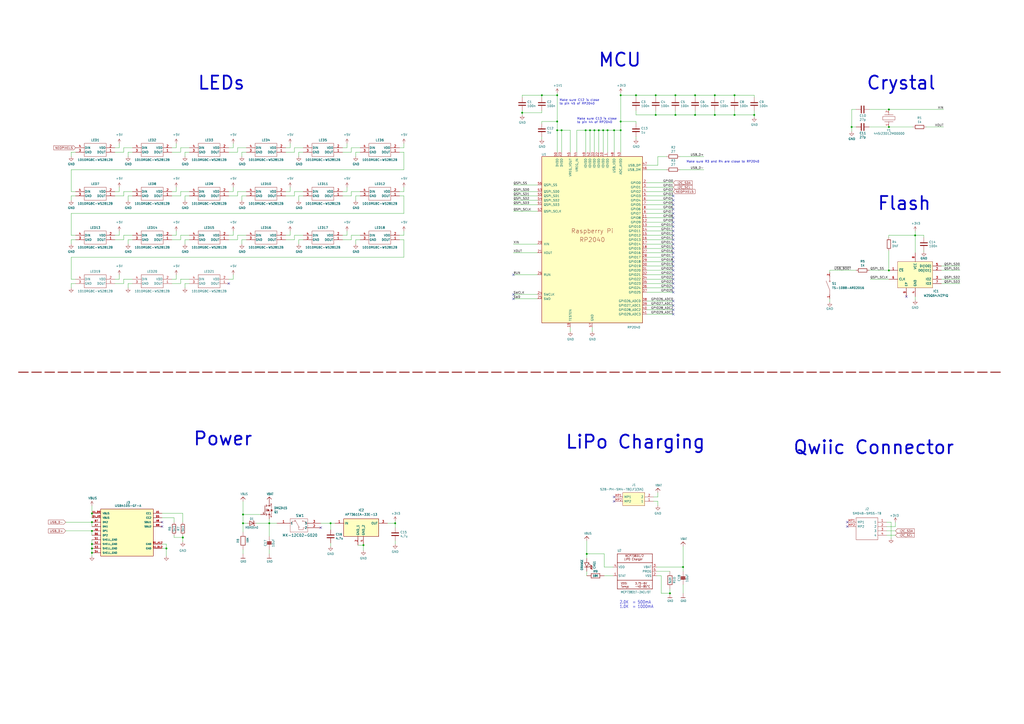
<source format=kicad_sch>
(kicad_sch (version 20231120) (generator "eeschema") (generator_version "8.0")
  (paper "A2")
  (junction (at 156.21 303.53))
  (junction (at 368.935 55.245))
  (junction (at 323.215 75.565))
  (junction (at 437.515 66.675))
  (junction (at 53.34 315.595))
  (junction (at 140.97 298.45))
  (junction (at 515.62 156.845))
  (junction (at 403.225 66.675))
  (junction (at 530.86 136.525))
  (junction (at 229.235 303.53))
  (junction (at 325.755 75.565))
  (junction (at 96.52 318.135))
  (junction (at 210.82 316.23))
  (junction (at 140.97 303.53))
  (junction (at 106.045 311.785))
  (junction (at 340.36 321.31))
  (junction (at 515.62 63.5))
  (junction (at 347.345 75.565))
  (junction (at 323.215 55.245))
  (junction (at 391.795 55.245))
  (junction (at 391.795 66.675))
  (junction (at 494.03 73.66))
  (junction (at 414.655 66.675))
  (junction (at 344.805 75.565))
  (junction (at 380.365 55.245))
  (junction (at 314.325 55.245))
  (junction (at 323.215 70.485))
  (junction (at 349.885 75.565))
  (junction (at 53.34 320.675))
  (junction (at 342.265 75.565))
  (junction (at 53.34 302.895))
  (junction (at 515.62 73.66))
  (junction (at 388.62 344.17))
  (junction (at 53.34 297.815))
  (junction (at 360.045 70.485))
  (junction (at 53.34 318.135))
  (junction (at 396.24 328.93))
  (junction (at 53.34 307.975))
  (junction (at 426.085 66.675))
  (junction (at 360.045 55.245))
  (junction (at 426.085 55.245))
  (junction (at 352.425 75.565))
  (junction (at 191.77 303.53))
  (junction (at 302.895 65.405))
  (junction (at 380.365 66.675))
  (junction (at 360.045 75.565))
  (junction (at 403.225 55.245))
  (junction (at 356.235 75.565))
  (junction (at 339.725 75.565))
  (junction (at 414.655 55.245))
  (no_connect (at 390.525 116.205))
  (no_connect (at 390.525 167.005))
  (no_connect (at 390.525 159.385))
  (no_connect (at 356.235 288.29))
  (no_connect (at 390.525 174.625))
  (no_connect (at 390.525 182.245))
  (no_connect (at 390.525 169.545))
  (no_connect (at 390.525 141.605))
  (no_connect (at 491.49 305.435))
  (no_connect (at 390.525 146.685))
  (no_connect (at 186.055 306.07))
  (no_connect (at 390.525 136.525))
  (no_connect (at 297.815 159.385))
  (no_connect (at 93.98 305.435))
  (no_connect (at 390.525 151.765))
  (no_connect (at 356.235 290.83))
  (no_connect (at 390.525 177.165))
  (no_connect (at 390.525 133.985))
  (no_connect (at 491.49 302.895))
  (no_connect (at 297.815 173.355))
  (no_connect (at 297.815 170.815))
  (no_connect (at 390.525 131.445))
  (no_connect (at 93.98 302.895))
  (no_connect (at 390.525 113.665))
  (no_connect (at 390.525 128.905))
  (no_connect (at 390.525 156.845))
  (no_connect (at 390.525 149.225))
  (no_connect (at 390.525 164.465))
  (no_connect (at 390.525 123.825))
  (no_connect (at 525.78 172.085))
  (no_connect (at 390.525 154.305))
  (no_connect (at 132.715 164.465))
  (no_connect (at 390.525 179.705))
  (no_connect (at 390.525 118.745))
  (no_connect (at 390.525 139.065))
  (no_connect (at 390.525 161.925))
  (no_connect (at 390.525 126.365))
  (no_connect (at 390.525 144.145))
  (no_connect (at 390.525 121.285))
  (wire (pts (xy 100.965 310.515) (xy 100.965 311.785)))
  (wire (pts (xy 381.635 90.805) (xy 386.715 90.805)))
  (wire (pts (xy 360.045 75.565) (xy 360.045 88.265)))
  (wire (pts (xy 496.57 63.5) (xy 494.03 63.5)))
  (wire (pts (xy 379.095 288.29) (xy 381.635 288.29)))
  (wire (pts (xy 74.295 167.005) (xy 74.295 164.465)))
  (wire (pts (xy 314.325 79.375) (xy 314.325 80.645)))
  (wire (pts (xy 99.695 111.125) (xy 102.235 111.125)))
  (wire (pts (xy 96.52 318.135) (xy 96.52 315.595)))
  (wire (pts (xy 391.795 66.675) (xy 380.365 66.675)))
  (wire (pts (xy 302.895 65.405) (xy 314.325 65.405)))
  (wire (pts (xy 515.62 137.795) (xy 515.62 136.525)))
  (wire (pts (xy 530.86 173.99) (xy 530.86 172.085)))
  (wire (pts (xy 302.895 55.245) (xy 314.325 55.245)))
  (wire (pts (xy 66.675 161.925) (xy 69.215 161.925)))
  (wire (pts (xy 69.215 83.185) (xy 69.215 85.725)))
  (wire (pts (xy 391.795 56.515) (xy 391.795 55.245)))
  (wire (pts (xy 519.43 310.515) (xy 514.35 310.515)))
  (wire (pts (xy 165.735 136.525) (xy 168.275 136.525)))
  (wire (pts (xy 229.235 303.53) (xy 229.235 306.07)))
  (wire (pts (xy 106.045 302.895) (xy 106.045 297.815)))
  (wire (pts (xy 135.255 83.185) (xy 135.255 85.725)))
  (wire (pts (xy 383.54 344.17) (xy 388.62 344.17)) (stroke (width 0.1524)))
  (wire (pts (xy 71.755 85.725) (xy 71.755 88.265)))
  (wire (pts (xy 109.855 111.125) (xy 104.775 111.125)))
  (wire (pts (xy 137.795 85.725) (xy 137.795 88.265)))
  (wire (pts (xy 41.275 98.425) (xy 41.275 111.125)))
  (wire (pts (xy 66.675 85.725) (xy 69.215 85.725)))
  (wire (pts (xy 380.365 66.675) (xy 368.935 66.675)))
  (wire (pts (xy 311.785 159.385) (xy 297.815 159.385)))
  (wire (pts (xy 173.355 88.265) (xy 175.895 88.265)))
  (wire (pts (xy 74.295 113.665) (xy 76.835 113.665)))
  (wire (pts (xy 297.815 111.125) (xy 311.785 111.125)))
  (wire (pts (xy 234.315 88.265) (xy 234.315 98.425)))
  (wire (pts (xy 156.21 303.53) (xy 156.21 311.15)) (stroke (width 0.1524)))
  (wire (pts (xy 311.785 170.815) (xy 297.815 170.815)))
  (wire (pts (xy 375.285 182.245) (xy 390.525 182.245)))
  (wire (pts (xy 210.82 316.23) (xy 207.645 316.23)))
  (wire (pts (xy 175.895 136.525) (xy 170.815 136.525)))
  (wire (pts (xy 53.34 297.815) (xy 53.34 300.355)))
  (wire (pts (xy 375.285 151.765) (xy 390.525 151.765)))
  (wire (pts (xy 53.34 293.37) (xy 53.34 297.815)))
  (wire (pts (xy 368.935 79.375) (xy 368.935 80.645)))
  (wire (pts (xy 140.97 303.53) (xy 140.97 298.45)) (stroke (width 0.1524)))
  (wire (pts (xy 494.03 63.5) (xy 494.03 73.66)))
  (wire (pts (xy 530.86 133.985) (xy 530.86 136.525)))
  (wire (pts (xy 375.285 154.305) (xy 390.525 154.305)))
  (wire (pts (xy 297.815 118.745) (xy 311.785 118.745)))
  (polyline (pts (xy 10.795 215.9) (xy 581.025 215.9)) (stroke (width 0.508) (type dash) (color 132 0 0 1)))
  (wire (pts (xy 135.255 133.985) (xy 135.255 136.525)))
  (wire (pts (xy 148.59 303.53) (xy 156.21 303.53)) (stroke (width 0.1524)))
  (wire (pts (xy 234.315 83.185) (xy 234.315 85.725)))
  (wire (pts (xy 140.335 88.265) (xy 142.875 88.265)))
  (wire (pts (xy 41.275 123.825) (xy 41.275 136.525)))
  (wire (pts (xy 151.13 298.45) (xy 140.97 298.45)) (stroke (width 0.1524)))
  (wire (pts (xy 142.875 111.125) (xy 137.795 111.125)))
  (wire (pts (xy 203.835 136.525) (xy 203.835 139.065)))
  (wire (pts (xy 380.365 64.135) (xy 380.365 66.675)))
  (wire (pts (xy 107.315 139.065) (xy 109.855 139.065)))
  (wire (pts (xy 530.86 136.525) (xy 530.86 146.685)))
  (wire (pts (xy 352.425 75.565) (xy 352.425 88.265)))
  (wire (pts (xy 71.755 161.925) (xy 71.755 164.465)))
  (wire (pts (xy 546.1 164.465) (xy 556.895 164.465)))
  (wire (pts (xy 330.835 189.865) (xy 330.835 192.405)))
  (wire (pts (xy 107.315 164.465) (xy 109.855 164.465)))
  (wire (pts (xy 66.675 136.525) (xy 69.215 136.525)))
  (wire (pts (xy 375.285 159.385) (xy 390.525 159.385)))
  (wire (pts (xy 234.315 149.225) (xy 41.275 149.225)))
  (wire (pts (xy 132.715 111.125) (xy 135.255 111.125)))
  (wire (pts (xy 109.855 161.925) (xy 104.775 161.925)))
  (wire (pts (xy 104.775 136.525) (xy 104.775 139.065)))
  (wire (pts (xy 71.755 139.065) (xy 66.675 139.065)))
  (wire (pts (xy 173.355 139.065) (xy 175.895 139.065)))
  (wire (pts (xy 375.285 118.745) (xy 390.525 118.745)))
  (wire (pts (xy 53.34 302.895) (xy 53.34 305.435)))
  (wire (pts (xy 71.755 164.465) (xy 66.675 164.465)))
  (wire (pts (xy 396.24 316.865) (xy 396.24 328.93)) (stroke (width 0.1524)))
  (wire (pts (xy 344.805 88.265) (xy 344.805 75.565)))
  (wire (pts (xy 297.815 141.605) (xy 311.785 141.605)))
  (wire (pts (xy 69.215 133.985) (xy 69.215 136.525)))
  (wire (pts (xy 504.19 73.66) (xy 515.62 73.66)))
  (wire (pts (xy 132.715 136.525) (xy 135.255 136.525)))
  (wire (pts (xy 137.795 136.525) (xy 137.795 139.065)))
  (wire (pts (xy 334.645 75.565) (xy 339.725 75.565)))
  (wire (pts (xy 143.51 303.53) (xy 140.97 303.53)) (stroke (width 0.1524)))
  (wire (pts (xy 375.285 156.845) (xy 390.525 156.845)))
  (wire (pts (xy 339.725 75.565) (xy 342.265 75.565)))
  (wire (pts (xy 231.775 113.665) (xy 234.315 113.665)))
  (wire (pts (xy 342.265 88.265) (xy 342.265 75.565)))
  (wire (pts (xy 375.285 149.225) (xy 390.525 149.225)))
  (wire (pts (xy 135.255 159.385) (xy 135.255 161.925)))
  (wire (pts (xy 311.785 146.685) (xy 297.815 146.685)))
  (wire (pts (xy 356.235 88.265) (xy 356.235 75.565)))
  (wire (pts (xy 323.215 55.245) (xy 323.215 70.485)))
  (wire (pts (xy 132.715 161.925) (xy 135.255 161.925)))
  (wire (pts (xy 66.675 111.125) (xy 69.215 111.125)))
  (wire (pts (xy 375.285 146.685) (xy 390.525 146.685)))
  (wire (pts (xy 515.62 145.415) (xy 515.62 156.845)))
  (wire (pts (xy 339.725 88.265) (xy 339.725 75.565)))
  (wire (pts (xy 53.34 315.595) (xy 53.34 318.135)))
  (wire (pts (xy 504.19 63.5) (xy 515.62 63.5)))
  (wire (pts (xy 140.335 139.065) (xy 142.875 139.065)))
  (wire (pts (xy 203.835 139.065) (xy 198.755 139.065)))
  (wire (pts (xy 368.935 55.245) (xy 380.365 55.245)))
  (wire (pts (xy 297.815 113.665) (xy 311.785 113.665)))
  (wire (pts (xy 314.325 71.755) (xy 314.325 70.485)))
  (wire (pts (xy 350.52 334.01) (xy 355.6 334.01)) (stroke (width 0.1524)))
  (wire (pts (xy 41.275 139.065) (xy 43.815 139.065)))
  (wire (pts (xy 426.085 64.135) (xy 426.085 66.675)))
  (wire (pts (xy 142.875 136.525) (xy 137.795 136.525)))
  (wire (pts (xy 234.315 133.985) (xy 234.315 136.525)))
  (wire (pts (xy 93.98 318.135) (xy 96.52 318.135)))
  (wire (pts (xy 201.295 108.585) (xy 201.295 111.125)))
  (wire (pts (xy 231.775 136.525) (xy 234.315 136.525)))
  (wire (pts (xy 325.755 75.565) (xy 323.215 75.565)))
  (wire (pts (xy 74.295 88.265) (xy 76.835 88.265)))
  (wire (pts (xy 170.815 111.125) (xy 170.815 113.665)))
  (wire (pts (xy 104.775 139.065) (xy 99.695 139.065)))
  (wire (pts (xy 375.285 174.625) (xy 390.525 174.625)))
  (wire (pts (xy 76.835 136.525) (xy 71.755 136.525)))
  (wire (pts (xy 314.325 65.405) (xy 314.325 64.135)))
  (wire (pts (xy 234.315 123.825) (xy 41.275 123.825)))
  (wire (pts (xy 323.215 53.975) (xy 323.215 55.245)))
  (wire (pts (xy 38.1 302.895) (xy 53.34 302.895)))
  (wire (pts (xy 231.775 85.725) (xy 234.315 85.725)))
  (wire (pts (xy 375.285 126.365) (xy 390.525 126.365)))
  (wire (pts (xy 360.045 70.485) (xy 360.045 75.565)))
  (wire (pts (xy 546.1 156.845) (xy 556.895 156.845)))
  (wire (pts (xy 106.045 311.785) (xy 106.045 310.515)))
  (wire (pts (xy 375.285 128.905) (xy 390.525 128.905)))
  (wire (pts (xy 107.315 141.605) (xy 107.315 139.065)))
  (wire (pts (xy 191.77 303.53) (xy 191.77 307.34)))
  (wire (pts (xy 330.835 75.565) (xy 325.755 75.565)))
  (wire (pts (xy 426.085 66.675) (xy 414.655 66.675)))
  (wire (pts (xy 170.815 136.525) (xy 170.815 139.065)))
  (wire (pts (xy 107.315 116.205) (xy 107.315 113.665)))
  (wire (pts (xy 100.965 311.785) (xy 106.045 311.785)))
  (wire (pts (xy 53.34 307.975) (xy 53.34 310.515)))
  (wire (pts (xy 203.835 88.265) (xy 198.755 88.265)))
  (wire (pts (xy 381.635 288.29) (xy 381.635 285.75)))
  (wire (pts (xy 375.285 136.525) (xy 390.525 136.525)))
  (wire (pts (xy 375.285 167.005) (xy 390.525 167.005)))
  (wire (pts (xy 140.335 116.205) (xy 140.335 113.665)))
  (wire (pts (xy 107.315 90.805) (xy 107.315 88.265)))
  (wire (pts (xy 107.315 88.265) (xy 109.855 88.265)))
  (wire (pts (xy 388.62 341.63) (xy 388.62 344.17)) (stroke (width 0.1524)))
  (wire (pts (xy 53.34 313.055) (xy 53.34 315.595)))
  (wire (pts (xy 140.335 141.605) (xy 140.335 139.065)))
  (wire (pts (xy 234.315 108.585) (xy 234.315 111.125)))
  (wire (pts (xy 71.755 88.265) (xy 66.675 88.265)))
  (wire (pts (xy 381.635 90.805) (xy 381.635 95.885)))
  (wire (pts (xy 325.755 88.265) (xy 325.755 75.565)))
  (wire (pts (xy 349.885 88.265) (xy 349.885 75.565)))
  (wire (pts (xy 229.235 313.69) (xy 229.235 315.595)))
  (wire (pts (xy 156.21 303.53) (xy 160.655 303.53)))
  (wire (pts (xy 170.815 113.665) (xy 165.735 113.665)))
  (wire (pts (xy 198.755 136.525) (xy 201.295 136.525)))
  (wire (pts (xy 165.735 111.125) (xy 168.275 111.125)))
  (wire (pts (xy 323.215 70.485) (xy 323.215 75.565)))
  (wire (pts (xy 375.285 179.705) (xy 390.525 179.705)))
  (wire (pts (xy 41.275 161.925) (xy 43.815 161.925)))
  (wire (pts (xy 104.775 85.725) (xy 104.775 88.265)))
  (wire (pts (xy 396.24 339.09) (xy 396.24 344.17)) (stroke (width 0.1524)))
  (wire (pts (xy 381 334.01) (xy 383.54 334.01)) (stroke (width 0.1524)))
  (wire (pts (xy 340.36 321.31) (xy 340.36 323.85)))
  (wire (pts (xy 96.52 322.58) (xy 96.52 318.135)))
  (wire (pts (xy 381.635 290.83) (xy 381.635 293.37)))
  (wire (pts (xy 234.315 139.065) (xy 234.315 149.225)))
  (wire (pts (xy 168.275 133.985) (xy 168.275 136.525)))
  (wire (pts (xy 375.285 133.985) (xy 390.525 133.985)))
  (wire (pts (xy 368.935 56.515) (xy 368.935 55.245)))
  (wire (pts (xy 173.355 113.665) (xy 175.895 113.665)))
  (wire (pts (xy 74.295 90.805) (xy 74.295 88.265)))
  (wire (pts (xy 375.285 161.925) (xy 390.525 161.925)))
  (wire (pts (xy 383.54 334.01) (xy 383.54 344.17)) (stroke (width 0.1524)))
  (wire (pts (xy 340.36 321.31) (xy 350.52 321.31)) (stroke (width 0.1524)))
  (wire (pts (xy 375.285 95.885) (xy 381.635 95.885)))
  (wire (pts (xy 375.285 139.065) (xy 390.525 139.065)))
  (wire (pts (xy 191.77 316.865) (xy 191.77 314.96)))
  (wire (pts (xy 496.57 73.66) (xy 494.03 73.66)))
  (wire (pts (xy 137.795 111.125) (xy 137.795 113.665)))
  (wire (pts (xy 380.365 55.245) (xy 391.795 55.245)))
  (wire (pts (xy 132.715 85.725) (xy 135.255 85.725)))
  (wire (pts (xy 38.1 307.975) (xy 53.34 307.975)))
  (wire (pts (xy 224.79 303.53) (xy 229.235 303.53)))
  (wire (pts (xy 102.235 83.185) (xy 102.235 85.725)))
  (wire (pts (xy 375.285 98.425) (xy 386.715 98.425)))
  (wire (pts (xy 74.295 139.065) (xy 76.835 139.065)))
  (wire (pts (xy 403.225 64.135) (xy 403.225 66.675)))
  (wire (pts (xy 206.375 90.805) (xy 206.375 88.265)))
  (wire (pts (xy 173.355 141.605) (xy 173.355 139.065)))
  (wire (pts (xy 342.265 75.565) (xy 344.805 75.565)))
  (wire (pts (xy 340.36 313.69) (xy 340.36 321.31)) (stroke (width 0.1524)))
  (wire (pts (xy 229.235 303.53) (xy 229.235 302.26)))
  (wire (pts (xy 403.225 66.675) (xy 391.795 66.675)))
  (wire (pts (xy 519.43 305.435) (xy 514.35 305.435)))
  (wire (pts (xy 74.295 141.605) (xy 74.295 139.065)))
  (wire (pts (xy 69.215 108.585) (xy 69.215 111.125)))
  (wire (pts (xy 168.275 83.185) (xy 168.275 85.725)))
  (wire (pts (xy 414.655 55.245) (xy 426.085 55.245)))
  (wire (pts (xy 323.215 75.565) (xy 323.215 88.265)))
  (wire (pts (xy 375.285 141.605) (xy 390.525 141.605)))
  (wire (pts (xy 208.915 85.725) (xy 203.835 85.725)))
  (wire (pts (xy 71.755 111.125) (xy 71.755 113.665)))
  (wire (pts (xy 375.285 106.045) (xy 390.525 106.045)))
  (wire (pts (xy 515.62 136.525) (xy 530.86 136.525)))
  (wire (pts (xy 102.235 133.985) (xy 102.235 136.525)))
  (wire (pts (xy 394.335 90.805) (xy 408.305 90.805)))
  (wire (pts (xy 74.295 164.465) (xy 76.835 164.465)))
  (wire (pts (xy 504.19 156.845) (xy 515.62 156.845)))
  (wire (pts (xy 41.275 90.805) (xy 41.275 88.265)))
  (wire (pts (xy 41.275 149.225) (xy 41.275 161.925)))
  (wire (pts (xy 106.045 314.325) (xy 106.045 311.785)))
  (wire (pts (xy 302.895 64.135) (xy 302.895 65.405)))
  (wire (pts (xy 516.89 312.42) (xy 516.89 302.895)))
  (wire (pts (xy 104.775 111.125) (xy 104.775 113.665)))
  (wire (pts (xy 201.295 83.185) (xy 201.295 85.725)))
  (wire (pts (xy 375.285 121.285) (xy 390.525 121.285)))
  (wire (pts (xy 314.325 56.515) (xy 314.325 55.245)))
  (wire (pts (xy 515.62 73.66) (xy 529.59 73.66)))
  (wire (pts (xy 170.815 85.725) (xy 170.815 88.265)))
  (wire (pts (xy 231.775 139.065) (xy 234.315 139.065)))
  (wire (pts (xy 426.085 55.245) (xy 437.515 55.245)))
  (wire (pts (xy 140.335 90.805) (xy 140.335 88.265)))
  (wire (pts (xy 41.275 167.005) (xy 41.275 164.465)))
  (wire (pts (xy 537.21 73.66) (xy 547.37 73.66)))
  (wire (pts (xy 535.94 137.795) (xy 535.94 136.525)))
  (wire (pts (xy 481.33 175.26) (xy 481.33 173.355)))
  (wire (pts (xy 302.895 56.515) (xy 302.895 55.245)))
  (wire (pts (xy 210.82 319.405) (xy 210.82 316.23)))
  (wire (pts (xy 140.97 321.31) (xy 140.97 318.77)) (stroke (width 0.1524)))
  (wire (pts (xy 311.785 107.315) (xy 297.815 107.315)))
  (wire (pts (xy 311.785 173.355) (xy 297.815 173.355)))
  (wire (pts (xy 173.355 116.205) (xy 173.355 113.665)))
  (wire (pts (xy 186.055 303.53) (xy 191.77 303.53)))
  (wire (pts (xy 426.085 56.515) (xy 426.085 55.245)))
  (wire (pts (xy 340.36 331.47) (xy 340.36 334.01)))
  (wire (pts (xy 375.285 111.125) (xy 390.525 111.125)))
  (wire (pts (xy 175.895 85.725) (xy 170.815 85.725)))
  (wire (pts (xy 100.965 302.895) (xy 100.965 300.355)))
  (wire (pts (xy 481.33 156.845) (xy 496.57 156.845)))
  (wire (pts (xy 206.375 141.605) (xy 206.375 139.065)))
  (wire (pts (xy 175.895 111.125) (xy 170.815 111.125)))
  (wire (pts (xy 198.755 85.725) (xy 201.295 85.725)))
  (wire (pts (xy 96.52 315.595) (xy 93.98 315.595)))
  (wire (pts (xy 437.515 64.135) (xy 437.515 66.675)))
  (wire (pts (xy 334.645 88.265) (xy 334.645 75.565)))
  (wire (pts (xy 414.655 56.515) (xy 414.655 55.245)))
  (wire (pts (xy 206.375 88.265) (xy 208.915 88.265)))
  (wire (pts (xy 53.34 318.135) (xy 53.34 320.675)))
  (wire (pts (xy 352.425 75.565) (xy 356.235 75.565)))
  (wire (pts (xy 206.375 113.665) (xy 208.915 113.665)))
  (wire (pts (xy 437.515 56.515) (xy 437.515 55.245)))
  (wire (pts (xy 403.225 56.515) (xy 403.225 55.245)))
  (wire (pts (xy 481.33 156.845) (xy 481.33 158.115)))
  (wire (pts (xy 349.885 75.565) (xy 352.425 75.565)))
  (wire (pts (xy 350.52 321.31) (xy 350.52 328.93)) (stroke (width 0.1524)))
  (wire (pts (xy 437.515 66.675) (xy 437.515 67.945)))
  (wire (pts (xy 156.21 318.77) (xy 156.21 321.31)) (stroke (width 0.1524)))
  (wire (pts (xy 206.375 116.205) (xy 206.375 113.665)))
  (wire (pts (xy 231.775 111.125) (xy 234.315 111.125)))
  (wire (pts (xy 360.045 55.245) (xy 360.045 70.485)))
  (wire (pts (xy 347.345 75.565) (xy 349.885 75.565)))
  (wire (pts (xy 368.935 64.135) (xy 368.935 66.675)))
  (wire (pts (xy 375.285 113.665) (xy 390.525 113.665)))
  (wire (pts (xy 104.775 161.925) (xy 104.775 164.465)))
  (wire (pts (xy 41.275 113.665) (xy 43.815 113.665)))
  (wire (pts (xy 344.805 75.565) (xy 347.345 75.565)))
  (wire (pts (xy 104.775 88.265) (xy 99.695 88.265)))
  (wire (pts (xy 381 331.47) (xy 388.62 331.47)) (stroke (width 0.1524)))
  (wire (pts (xy 494.03 73.66) (xy 494.03 76.2)))
  (wire (pts (xy 107.315 167.005) (xy 107.315 164.465)))
  (wire (pts (xy 173.355 90.805) (xy 173.355 88.265)))
  (wire (pts (xy 203.835 85.725) (xy 203.835 88.265)))
  (wire (pts (xy 41.275 116.205) (xy 41.275 113.665)))
  (wire (pts (xy 519.43 307.975) (xy 514.35 307.975)))
  (wire (pts (xy 41.275 88.265) (xy 43.815 88.265)))
  (wire (pts (xy 137.795 113.665) (xy 132.715 113.665)))
  (wire (pts (xy 360.045 55.245) (xy 368.935 55.245)))
  (wire (pts (xy 104.775 113.665) (xy 99.695 113.665)))
  (wire (pts (xy 311.785 122.555) (xy 297.815 122.555)))
  (wire (pts (xy 504.825 161.925) (xy 515.62 161.925)))
  (wire (pts (xy 379.095 290.83) (xy 381.635 290.83)))
  (wire (pts (xy 360.045 53.975) (xy 360.045 55.245)))
  (wire (pts (xy 343.535 189.865) (xy 343.535 192.405)))
  (wire (pts (xy 381 328.93) (xy 396.24 328.93)) (stroke (width 0.1524)))
  (wire (pts (xy 201.295 133.985) (xy 201.295 136.525)))
  (wire (pts (xy 206.375 139.065) (xy 208.915 139.065)))
  (wire (pts (xy 519.43 302.895) (xy 519.43 305.435)))
  (wire (pts (xy 375.285 108.585) (xy 390.525 108.585)))
  (wire (pts (xy 137.795 88.265) (xy 132.715 88.265)))
  (wire (pts (xy 142.875 85.725) (xy 137.795 85.725)))
  (wire (pts (xy 99.695 85.725) (xy 102.235 85.725)))
  (wire (pts (xy 168.275 108.585) (xy 168.275 111.125)))
  (wire (pts (xy 396.24 328.93) (xy 396.24 331.47)) (stroke (width 0.1524)))
  (wire (pts (xy 140.97 298.45) (xy 140.97 290.83)) (stroke (width 0.1524)))
  (wire (pts (xy 297.815 116.205) (xy 311.785 116.205)))
  (wire (pts (xy 414.655 64.135) (xy 414.655 66.675)))
  (wire (pts (xy 71.755 113.665) (xy 66.675 113.665)))
  (wire (pts (xy 234.315 98.425) (xy 41.275 98.425)))
  (wire (pts (xy 380.365 56.515) (xy 380.365 55.245)))
  (wire (pts (xy 102.235 159.385) (xy 102.235 161.925)))
  (wire (pts (xy 546.1 154.305) (xy 556.895 154.305)))
  (wire (pts (xy 109.855 85.725) (xy 104.775 85.725)))
  (wire (pts (xy 53.34 322.58) (xy 53.34 320.675)))
  (wire (pts (xy 314.325 55.245) (xy 323.215 55.245)))
  (wire (pts (xy 414.655 66.675) (xy 403.225 66.675)))
  (wire (pts (xy 106.045 297.815) (xy 93.98 297.815)))
  (wire (pts (xy 93.98 300.355) (xy 100.965 300.355)))
  (wire (pts (xy 71.755 136.525) (xy 71.755 139.065)))
  (wire (pts (xy 203.835 111.125) (xy 203.835 113.665)))
  (wire (pts (xy 515.62 63.5) (xy 547.37 63.5)))
  (wire (pts (xy 198.755 111.125) (xy 201.295 111.125)))
  (wire (pts (xy 360.045 70.485) (xy 368.935 70.485)))
  (wire (pts (xy 375.285 144.145) (xy 390.525 144.145)))
  (wire (pts (xy 391.795 55.245) (xy 403.225 55.245)))
  (wire (pts (xy 104.775 164.465) (xy 99.695 164.465)))
  (wire (pts (xy 208.915 111.125) (xy 203.835 111.125)))
  (wire (pts (xy 350.52 328.93) (xy 355.6 328.93)) (stroke (width 0.1524)))
  (wire (pts (xy 74.295 116.205) (xy 74.295 113.665)))
  (wire (pts (xy 109.855 136.525) (xy 104.775 136.525)))
  (wire (pts (xy 76.835 85.725) (xy 71.755 85.725)))
  (wire (pts (xy 394.335 98.425) (xy 408.305 98.425)))
  (wire (pts (xy 535.94 136.525) (xy 530.86 136.525)))
  (wire (pts (xy 99.695 161.925) (xy 102.235 161.925)))
  (wire (pts (xy 99.695 136.525) (xy 102.235 136.525)))
  (wire (pts (xy 330.835 88.265) (xy 330.835 75.565)))
  (wire (pts (xy 535.94 145.415) (xy 535.94 146.05)))
  (wire (pts (xy 231.775 88.265) (xy 234.315 88.265)))
  (wire (pts (xy 375.285 177.165) (xy 390.525 177.165)))
  (wire (pts (xy 368.935 71.755) (xy 368.935 70.485)))
  (wire (pts (xy 140.335 113.665) (xy 142.875 113.665)))
  (wire (pts (xy 170.815 139.065) (xy 165.735 139.065)))
  (wire (pts (xy 403.225 55.245) (xy 414.655 55.245)))
  (wire (pts (xy 170.815 88.265) (xy 165.735 88.265)))
  (wire (pts (xy 76.835 111.125) (xy 71.755 111.125)))
  (wire (pts (xy 41.275 111.125) (xy 43.815 111.125)))
  (wire (pts (xy 426.085 66.675) (xy 437.515 66.675)))
  (wire (pts (xy 137.795 139.065) (xy 132.715 139.065)))
  (wire (pts (xy 375.285 123.825) (xy 390.525 123.825)))
  (wire (pts (xy 347.345 88.265) (xy 347.345 75.565)))
  (wire (pts (xy 156.21 300.99) (xy 156.21 303.53)) (stroke (width 0.1524)))
  (wire (pts (xy 102.235 108.585) (xy 102.235 111.125)))
  (wire (pts (xy 375.285 116.205) (xy 390.525 116.205)))
  (wire (pts (xy 375.285 131.445) (xy 390.525 131.445)))
  (wire (pts (xy 76.835 161.925) (xy 71.755 161.925)))
  (wire (pts (xy 107.315 113.665) (xy 109.855 113.665)))
  (wire (pts (xy 375.285 164.465) (xy 390.525 164.465)))
  (wire (pts (xy 135.255 108.585) (xy 135.255 111.125)))
  (wire (pts (xy 69.215 159.385) (xy 69.215 161.925)))
  (wire (pts (xy 314.325 70.485) (xy 323.215 70.485)))
  (wire (pts (xy 546.1 161.925) (xy 556.895 161.925)))
  (wire (pts (xy 140.97 308.61) (xy 140.97 303.53)) (stroke (width 0.1524)))
  (wire (pts (xy 41.275 141.605) (xy 41.275 139.065)))
  (wire (pts (xy 302.895 65.405) (xy 302.895 66.675)))
  (wire (pts (xy 208.915 136.525) (xy 203.835 136.525)))
  (wire (pts (xy 165.735 85.725) (xy 168.275 85.725)))
  (wire (pts (xy 234.315 113.665) (xy 234.315 123.825)))
  (wire (pts (xy 203.835 113.665) (xy 198.755 113.665)))
  (wire (pts (xy 356.235 75.565) (xy 360.045 75.565)))
  (wire (pts (xy 516.89 302.895) (xy 514.35 302.895)))
  (wire (pts (xy 391.795 64.135) (xy 391.795 66.675)))
  (wire (pts (xy 375.285 169.545) (xy 390.525 169.545)))
  (wire (pts (xy 41.275 136.525) (xy 43.815 136.525)))
  (wire (pts (xy 194.31 303.53) (xy 191.77 303.53)))
  (wire (pts (xy 41.275 164.465) (xy 43.815 164.465)))
  (text "Make sure C13 is close\nto pin 44 of RP2040" (at 334.645 71.755 0) (effects (font (size 1.27 1.27)) (justify left bottom)))
  (text "Crystal\n" (at 502.285 52.705 0) (effects (font (size 7.62 7.62) (thickness 1.016) (bold yes)) (justify left bottom)))
  (text "2.0K  = 500mA" (at 359.41 350.52 0) (effects (font (size 1.778 1.5113)) (justify left bottom)))
  (text "Qwiic Connector" (at 459.74 264.16 0) (effects (font (size 7.62 7.62) (thickness 1.016) (bold yes)) (justify left bottom)))
  (text "LiPo Charging" (at 327.66 260.985 0) (effects (font (size 7.62 7.62) (thickness 1.016) (bold yes)) (justify left bottom)))
  (text "Make sure C12 is close\nto pin 45 of RP2040" (at 324.485 60.96 0) (effects (font (size 1.27 1.27)) (justify left bottom)))
  (text "Power" (at 111.76 259.08 0) (effects (font (size 7.62 7.62) (thickness 1.016) (bold yes)) (justify left bottom)))
  (text "Flash\n" (at 508.635 122.555 0) (effects (font (size 7.62 7.62) (thickness 1.016) (bold yes)) (justify left bottom)))
  (text "Make sure R3 and R4 are close to RP2040" (at 398.145 94.615 0) (effects (font (size 1.27 1.27)) (justify left bottom)))
  (text "MCU" (at 346.71 39.37 0) (effects (font (size 7.62 7.62) (thickness 1.016) (bold yes)) (justify left bottom)))
  (text "LEDs" (at 114.3 52.705 0) (effects (font (size 7.62 7.62) (thickness 1.016) (bold yes)) (justify left bottom)))
  (text "1.0K  = 1000mA" (at 359.41 353.06 0) (effects (font (size 1.778 1.5113)) (justify left bottom)))
  (label "GPIO15" (at 390.525 144.145 180))
  (label "QSPI_SD2" (at 297.815 116.205 0))
  (label "QSPI_SD1" (at 297.815 113.665 0))
  (label "GPIO7" (at 390.525 123.825 180))
  (label "GPIO9" (at 390.525 128.905 180))
  (label "GPIO4" (at 390.525 116.205 180))
  (label "GPIO0" (at 390.525 106.045 180))
  (label "GPIO20" (at 390.525 156.845 180))
  (label "SWCLK" (at 297.815 170.815 0))
  (label "GPIO14" (at 390.525 141.605 180))
  (label "GPIO28_ADC2" (at 390.525 179.705 180))
  (label "GPIO29_ADC3" (at 390.525 182.245 180))
  (label "GPIO5" (at 390.525 118.745 180))
  (label "GPIO23" (at 390.525 164.465 180))
  (label "QSPI_SD2" (at 556.895 161.925 180))
  (label "GPIO26_ADC0" (at 390.525 174.625 180))
  (label "GPIO27_ADC1" (at 390.525 177.165 180))
  (label "XIN" (at 547.37 63.5 180))
  (label "XIN" (at 297.815 141.605 0))
  (label "GPIO2" (at 390.525 111.125 180))
  (label "QSPI_SD0" (at 297.815 111.125 0))
  (label "GPIO13" (at 390.525 139.065 180))
  (label "QSPI_SD1" (at 556.895 156.845 180))
  (label "GPIO12" (at 390.525 136.525 180))
  (label "GPIO11" (at 390.525 133.985 180))
  (label "QSPI_SS" (at 504.825 156.845 0))
  (label "GPIO10" (at 390.525 131.445 180))
  (label "GPIO16" (at 390.525 146.685 180))
  (label "GPIO19" (at 390.525 154.305 180))
  (label "GPIO25" (at 390.525 169.545 180))
  (label "QSPI_SCLK" (at 297.815 122.555 0))
  (label "GPIO1" (at 390.525 108.585 180))
  (label "GPIO24" (at 390.525 167.005 180))
  (label "QSPI_SD3" (at 297.815 118.745 0))
  (label "GPIO18" (at 390.525 151.765 180))
  (label "QSPI_SS" (at 297.815 107.315 0))
  (label "GPIO17" (at 390.525 149.225 180))
  (label "USB_D+" (at 408.305 90.805 180))
  (label "XOUT" (at 547.37 73.66 180))
  (label "SWD" (at 297.815 173.355 0))
  (label "GPIO8" (at 390.525 126.365 180))
  (label "GPIO3" (at 390.525 113.665 180))
  (label "~{USB_BOOT}" (at 483.87 156.845 0))
  (label "QSPI_SCLK" (at 504.825 161.925 0))
  (label "RUN" (at 297.815 159.385 0))
  (label "XOUT" (at 297.815 146.685 0))
  (label "GPIO22" (at 390.525 161.925 180))
  (label "QSPI_SD0" (at 556.895 154.305 180))
  (label "GPIO21" (at 390.525 159.385 180))
  (label "GPIO6" (at 390.525 121.285 180))
  (label "QSPI_SD3" (at 556.895 164.465 180))
  (label "USB_D-" (at 408.305 98.425 180))
  (global_label " I2C_SCL" (shape input) (at 519.43 310.515 0) (property "Intersheetrefs" "${INTERSHEET_REFS}" (effects (hide yes))))
  (global_label "USB_D+" (shape input) (at 38.1 307.975 180) (property "Intersheetrefs" "${INTERSHEET_REFS}" (effects (hide yes))))
  (global_label "NEOPIXELS" (shape input) (at 390.525 111.125 0) (property "Intersheetrefs" "${INTERSHEET_REFS}" (effects (hide yes))))
  (global_label "USB_D-" (shape input) (at 38.1 302.895 180) (property "Intersheetrefs" "${INTERSHEET_REFS}" (effects (hide yes))))
  (global_label " I2C_SDA" (shape input) (at 519.43 307.975 0) (property "Intersheetrefs" "${INTERSHEET_REFS}" (effects (hide yes))))
  (global_label "NEOPIXELS" (shape input) (at 43.815 85.725 180) (property "Intersheetrefs" "${INTERSHEET_REFS}" (effects (hide yes))))
  (global_label " I2C_SCL" (shape input) (at 390.525 108.585 0) (property "Intersheetrefs" "${INTERSHEET_REFS}" (effects (hide yes))))
  (global_label " I2C_SDA" (shape input) (at 390.525 106.045 0) (property "Intersheetrefs" "${INTERSHEET_REFS}" (effects (hide yes))))
  (symbol (lib_id "Adafruit Feather RP2040-eagle-import:LED0603_NOOUTLINE") (at 340.36 328.93 270) (unit 1)
    (property "Reference" "CHG1" (at 344.805 327.66 0) (effects (font (size 1.27 1.0795))))
    (property "Value" "ORANGE" (at 337.566 327.66 0) (effects (font (size 1.27 1.0795))))
    (property "Footprint" "LED_SMD:LED_0402_1005Metric" (effects (hide yes)))
  )
  (symbol (lib_id "power:+1V1") (at 323.215 53.975 0) (unit 1)
    (property "Reference" "#PWR1" (effects (hide yes)))
    (property "Value" "+1V1" (at 323.596 49.5808 0))
  )
  (symbol (lib_id "power:GND") (at 107.315 90.805 0) (unit 1)
    (property "Reference" "#PWR16" (effects (hide yes)))
    (property "Value" "GND" (at 107.442 95.1992 0))
  )
  (symbol (lib_id "power:+5V") (at 102.235 83.185 0) (unit 1)
    (property "Reference" "#PWR9" (effects (hide yes)))
    (property "Value" "+5V" (at 102.235 78.105 0))
  )
  (symbol (lib_id "power:+5V") (at 168.275 108.585 0) (unit 1)
    (property "Reference" "#PWR23" (effects (hide yes)))
    (property "Value" "+5V" (at 168.275 103.505 0))
  )
  (symbol (lib_id "power:GND") (at 41.275 90.805 0) (unit 1)
    (property "Reference" "#PWR14" (effects (hide yes)))
    (property "Value" "GND" (at 41.402 95.1992 0))
  )
  (symbol (lib_id "SlideSwitch:MK-12C02-G020") (at 160.655 303.53 0) (unit 1)
    (property "Reference" "SW1" (at 173.99 299.085 0) (effects (font (size 1.524 1.524))))
    (property "Value" "MK-12C02-G020" (at 173.99 310.515 0) (effects (font (size 1.524 1.524))))
    (property "Footprint" "SlideSwitch:MK-12C02-G020_GSW" (effects (hide yes)))
    (property "Datasheet" "MK-12C02-G020" (effects (hide yes)))
  )
  (symbol (lib_id "power:GND") (at 530.86 173.99 0) (unit 1)
    (property "Reference" "#PWR58" (effects (hide yes)))
    (property "Value" "GND" (at 530.86 178.435 0))
  )
  (symbol (lib_id "power:+5V") (at 168.275 83.185 0) (unit 1)
    (property "Reference" "#PWR11" (effects (hide yes)))
    (property "Value" "+5V" (at 168.275 78.105 0))
  )
  (symbol (lib_id "power:GND") (at 173.355 116.205 0) (unit 1)
    (property "Reference" "#PWR30" (effects (hide yes)))
    (property "Value" "GND" (at 173.482 120.5992 0))
  )
  (symbol (lib_id "53261-0271:53261-0271") (at 379.095 288.29 0) (mirror y) (unit 1)
    (property "Reference" "J1" (at 367.665 281.305 0))
    (property "Value" "S2B-PH-SM4-TB(LF)(SN)" (at 360.68 283.845 0))
    (property "Footprint" "Connector_JST:JST_PH_S2B-PH-SM4-TB_1x02-1MP_P2.00mm_Horizontal" (effects (hide yes)))
    (property "Datasheet" "https://www.molex.com/pdm_docs/sd/532610271_sd.pdf" (effects (hide yes)))
    (property "Description" "1.25mm Pitch, PicoBlade PCB Header, Single Row, Right-Angle, Surface Mount, Tin (Sn) Plating, Friction Lock,  Circuits, Tape and Reel" (effects (hide yes)))
    (property "Height" "3.65" (effects (hide yes)))
    (property "Mouser Part Number" "538-53261-0271" (effects (hide yes)))
    (property "Mouser Price/Stock" "https://www.mouser.co.uk/ProductDetail/Molex/53261-0271?qs=%252B72YyncTwW%252B8%252BBjraxGf3A%3D%3D" (effects (hide yes)))
    (property "Manufacturer_Name" "Molex" (effects (hide yes)))
    (property "Manufacturer_Part_Number" "53261-0271" (effects (hide yes)))
  )
  (symbol (lib_id "XL-1010RGBC-WS2812B:XL-1010RGBC-WS2812B") (at 88.265 112.395 180) (unit 1)
    (property "Reference" "LED8" (at 88.265 106.68 0))
    (property "Value" "1010RGBC-WS2812B" (at 88.265 118.11 0))
    (property "Footprint" "XL-1010RGBC-WS2812B:SMD4_XL-1010RGBC_XLG" (effects (hide yes)))
    (property "Datasheet" "XL-1010RGBC-WS2812B" (effects (hide yes)))
  )
  (symbol (lib_id "power:+5V") (at 234.315 108.585 0) (unit 1)
    (property "Reference" "#PWR25" (effects (hide yes)))
    (property "Value" "+5V" (at 234.315 103.505 0))
  )
  (symbol (lib_id "Adafruit Feather RP2040-eagle-import:CAP_CERAMIC0805-NOOUTLINE") (at 396.24 336.55 0) (unit 1)
    (property "Reference" "C18" (at 393.95 335.3 90))
    (property "Value" "10uF" (at 398.54 335.3 90))
    (property "Footprint" "Capacitor_SMD:C_0805_2012Metric" (effects (hide yes)))
  )
  (symbol (lib_id "power:GND") (at 74.295 116.205 0) (unit 1)
    (property "Reference" "#PWR27" (effects (hide yes)))
    (property "Value" "GND" (at 74.422 120.5992 0))
  )
  (symbol (lib_id "power:GND") (at 41.275 167.005 0) (unit 1)
    (property "Reference" "#PWR52" (effects (hide yes)))
    (property "Value" "GND" (effects (hide yes)))
  )
  (symbol (lib_id "XL-1010RGBC-WS2812B:XL-1010RGBC-WS2812B") (at 121.285 86.995 180) (unit 1)
    (property "Reference" "LED3" (at 121.285 81.28 0))
    (property "Value" "1010RGBC-WS2812B" (at 121.285 92.71 0))
    (property "Footprint" "XL-1010RGBC-WS2812B:SMD4_XL-1010RGBC_XLG" (effects (hide yes)))
    (property "Datasheet" "XL-1010RGBC-WS2812B" (effects (hide yes)))
  )
  (symbol (lib_id "XL-1010RGBC-WS2812B:XL-1010RGBC-WS2812B") (at 220.345 86.995 180) (unit 1)
    (property "Reference" "LED6" (at 220.345 81.28 0))
    (property "Value" "1010RGBC-WS2812B" (at 220.345 92.71 0))
    (property "Footprint" "XL-1010RGBC-WS2812B:SMD4_XL-1010RGBC_XLG" (effects (hide yes)))
    (property "Datasheet" "XL-1010RGBC-WS2812B" (effects (hide yes)))
  )
  (symbol (lib_id "XL-1010RGBC-WS2812B:XL-1010RGBC-WS2812B") (at 88.265 137.795 180) (unit 1)
    (property "Reference" "LED14" (at 88.265 132.08 0))
    (property "Value" "1010RGBC-WS2812B" (at 88.265 143.51 0))
    (property "Footprint" "XL-1010RGBC-WS2812B:SMD4_XL-1010RGBC_XLG" (effects (hide yes)))
    (property "Datasheet" "XL-1010RGBC-WS2812B" (effects (hide yes)))
  )
  (symbol (lib_id "Device:C") (at 535.94 141.605 0) (unit 1)
    (property "Reference" "C14" (at 538.861 140.4366 0) (effects (justify left)))
    (property "Value" "100n" (at 538.861 142.748 0) (effects (justify left)))
    (property "Footprint" "Capacitor_SMD:C_0402_1005Metric" (effects (hide yes)))
  )
  (symbol (lib_id "power:GND") (at 206.375 141.605 0) (unit 1)
    (property "Reference" "#PWR44" (effects (hide yes)))
    (property "Value" "GND" (at 206.502 145.9992 0))
  )
  (symbol (lib_id "power:GND") (at 74.295 167.005 0) (unit 1)
    (property "Reference" "#PWR53" (effects (hide yes)))
    (property "Value" "GND" (effects (hide yes)))
  )
  (symbol (lib_id "Adafruit Feather RP2040-eagle-import:VBAT") (at 156.21 288.29 0) (unit 1)
    (property "Reference" "#U$3" (effects (hide yes)))
    (property "Value" "VBAT" (at 154.686 287.274 0) (effects (font (size 1.27 1.0795)) (justify left bottom)))
  )
  (symbol (lib_id "power:GND") (at 191.77 316.865 0) (unit 1)
    (property "Reference" "#PWR73" (effects (hide yes)))
    (property "Value" "GND" (at 191.77 321.31 0))
  )
  (symbol (lib_id "power:GND") (at 96.52 322.58 0) (unit 1)
    (property "Reference" "#PWR76" (effects (hide yes)))
    (property "Value" "GND" (effects (hide yes)))
    (property "Description" "Power symbol creates a global label with name \"GND\" , ground" (effects (hide yes)))
  )
  (symbol (lib_id "Device:C") (at 426.085 60.325 0) (unit 1)
    (property "Reference" "C8" (at 429.006 59.1566 0) (effects (justify left)))
    (property "Value" "100n" (at 429.006 61.468 0) (effects (justify left)))
    (property "Footprint" "Capacitor_SMD:C_0402_1005Metric" (effects (hide yes)))
  )
  (symbol (lib_id "power:+5V") (at 135.255 108.585 0) (unit 1)
    (property "Reference" "#PWR22" (effects (hide yes)))
    (property "Value" "+5V" (at 135.255 103.505 0))
  )
  (symbol (lib_id "power:+3V3") (at 530.86 133.985 0) (unit 1)
    (property "Reference" "#PWR38" (effects (hide yes)))
    (property "Value" "+3V3" (at 531.241 129.5908 0))
  )
  (symbol (lib_id "power:GND") (at 107.315 167.005 0) (unit 1)
    (property "Reference" "#PWR54" (effects (hide yes)))
    (property "Value" "GND" (effects (hide yes)))
  )
  (symbol (lib_id "XL-1010RGBC-WS2812B:XL-1010RGBC-WS2812B") (at 187.325 137.795 180) (unit 1)
    (property "Reference" "LED17" (at 187.325 132.08 0))
    (property "Value" "1010RGBC-WS2812B" (at 187.325 143.51 0))
    (property "Footprint" "XL-1010RGBC-WS2812B:SMD4_XL-1010RGBC_XLG" (effects (hide yes)))
    (property "Datasheet" "XL-1010RGBC-WS2812B" (effects (hide yes)))
  )
  (symbol (lib_id "Device:C") (at 437.515 60.325 0) (unit 1)
    (property "Reference" "C9" (at 440.436 59.1566 0) (effects (justify left)))
    (property "Value" "100n" (at 440.436 61.468 0) (effects (justify left)))
    (property "Footprint" "Capacitor_SMD:C_0402_1005Metric" (effects (hide yes)))
  )
  (symbol (lib_id "XL-1010RGBC-WS2812B:XL-1010RGBC-WS2812B") (at 187.325 112.395 180) (unit 1)
    (property "Reference" "LED11" (at 187.325 106.68 0))
    (property "Value" "1010RGBC-WS2812B" (at 187.325 118.11 0))
    (property "Footprint" "XL-1010RGBC-WS2812B:SMD4_XL-1010RGBC_XLG" (effects (hide yes)))
    (property "Datasheet" "XL-1010RGBC-WS2812B" (effects (hide yes)))
  )
  (symbol (lib_id "Device:C") (at 368.935 75.565 0) (unit 1)
    (property "Reference" "C13" (at 371.856 74.3966 0) (effects (justify left)))
    (property "Value" "1u" (at 371.856 76.708 0) (effects (justify left)))
    (property "Footprint" "Capacitor_SMD:C_0402_1005Metric" (effects (hide yes)))
  )
  (symbol (lib_id "power:GND") (at 74.295 141.605 0) (unit 1)
    (property "Reference" "#PWR40" (effects (hide yes)))
    (property "Value" "GND" (at 74.422 145.9992 0))
  )
  (symbol (lib_id "XL-1010RGBC-WS2812B:XL-1010RGBC-WS2812B") (at 55.245 86.995 180) (unit 1)
    (property "Reference" "LED1" (at 55.245 81.28 0))
    (property "Value" "1010RGBC-WS2812B" (at 55.245 92.71 0))
    (property "Footprint" "XL-1010RGBC-WS2812B:SMD4_XL-1010RGBC_XLG" (effects (hide yes)))
    (property "Datasheet" "XL-1010RGBC-WS2812B" (effects (hide yes)))
  )
  (symbol (lib_id "Device:R") (at 500.38 156.845 270) (unit 1)
    (property "Reference" "R5" (at 500.38 151.5872 90))
    (property "Value" "1k" (at 500.38 153.8986 90))
    (property "Footprint" "Resistor_SMD:R_0402_1005Metric" (effects (hide yes)))
  )
  (symbol (lib_id "power:GND") (at 140.335 116.205 0) (unit 1)
    (property "Reference" "#PWR29" (effects (hide yes)))
    (property "Value" "GND" (at 140.462 120.5992 0))
  )
  (symbol (lib_id "Adafruit Feather RP2040-eagle-import:GND") (at 388.62 346.71 0) (unit 1)
    (property "Reference" "#U$8" (effects (hide yes)))
    (property "Value" "GND" (at 387.096 349.25 0) (effects (font (size 1.27 1.0795)) (justify left bottom)))
  )
  (symbol (lib_id "XL-1010RGBC-WS2812B:XL-1010RGBC-WS2812B") (at 55.245 137.795 180) (unit 1)
    (property "Reference" "LED13" (at 55.245 132.08 0))
    (property "Value" "1010RGBC-WS2812B" (at 55.245 143.51 0))
    (property "Footprint" "XL-1010RGBC-WS2812B:SMD4_XL-1010RGBC_XLG" (effects (hide yes)))
    (property "Datasheet" "XL-1010RGBC-WS2812B" (effects (hide yes)))
  )
  (symbol (lib_id "Device:R") (at 100.965 306.705 180) (unit 1)
    (property "Reference" "R6" (at 98.425 306.705 90))
    (property "Value" "5k1" (at 100.965 306.705 90))
    (property "Footprint" "Resistor_SMD:R_0201_0603Metric" (effects (hide yes)))
    (property "Part No" "AF0201FR-075K1L " (effects (hide yes)))
    (property "Mouser Link" "https://ro.mouser.com/ProductDetail/YAGEO/AF0201FR-075K1L?qs=tggtontpCXOBTGA3imPYYA%3D%3D" (effects (hide yes)))
    (property "Manufacturer" "Panasonic" (effects (hide yes)))
    (property "Price" "0.008" (effects (hide yes)))
  )
  (symbol (lib_id "power:GND") (at 206.375 90.805 0) (unit 1)
    (property "Reference" "#PWR19" (effects (hide yes)))
    (property "Value" "GND" (at 206.502 95.1992 0))
  )
  (symbol (lib_id "XL-1010RGBC-WS2812B:XL-1010RGBC-WS2812B") (at 187.325 86.995 180) (unit 1)
    (property "Reference" "LED5" (at 187.325 81.28 0))
    (property "Value" "1010RGBC-WS2812B" (at 187.325 92.71 0))
    (property "Footprint" "XL-1010RGBC-WS2812B:SMD4_XL-1010RGBC_XLG" (effects (hide yes)))
    (property "Datasheet" "XL-1010RGBC-WS2812B" (effects (hide yes)))
  )
  (symbol (lib_id "power:+5V") (at 69.215 159.385 0) (unit 1)
    (property "Reference" "#PWR46" (effects (hide yes)))
    (property "Value" "+5V" (at 69.215 154.305 0))
  )
  (symbol (lib_id "power:+5V") (at 234.315 133.985 0) (unit 1)
    (property "Reference" "#PWR37" (effects (hide yes)))
    (property "Value" "+5V" (at 234.315 128.905 0))
  )
  (symbol (lib_id "power:GND") (at 330.835 192.405 0) (unit 1)
    (property "Reference" "#PWR64" (effects (hide yes)))
    (property "Value" "GND" (at 330.962 196.7992 0))
  )
  (symbol (lib_id "Adafruit Feather RP2040-eagle-import:GND") (at 156.21 323.85 0) (unit 1)
    (property "Reference" "#U$7" (effects (hide yes)))
    (property "Value" "GND" (at 154.686 326.39 0) (effects (font (size 1.27 1.0795)) (justify left bottom)))
  )
  (symbol (lib_id "XL-1010RGBC-WS2812B:XL-1010RGBC-WS2812B") (at 55.245 112.395 180) (unit 1)
    (property "Reference" "LED7" (at 55.245 106.68 0))
    (property "Value" "1010RGBC-WS2812B" (at 55.245 118.11 0))
    (property "Footprint" "XL-1010RGBC-WS2812B:SMD4_XL-1010RGBC_XLG" (effects (hide yes)))
    (property "Datasheet" "XL-1010RGBC-WS2812B" (effects (hide yes)))
  )
  (symbol (lib_id "Device:C") (at 380.365 60.325 0) (unit 1)
    (property "Reference" "C4" (at 383.286 59.1566 0) (effects (justify left)))
    (property "Value" "100n" (at 383.286 61.468 0) (effects (justify left)))
    (property "Footprint" "Capacitor_SMD:C_0402_1005Metric" (effects (hide yes)))
  )
  (symbol (lib_id "power:+5V") (at 234.315 83.185 0) (unit 1)
    (property "Reference" "#PWR13" (effects (hide yes)))
    (property "Value" "+5V" (at 234.315 78.105 0))
  )
  (symbol (lib_id "power:+5V") (at 168.275 133.985 0) (unit 1)
    (property "Reference" "#PWR35" (effects (hide yes)))
    (property "Value" "+5V" (at 168.275 128.905 0))
  )
  (symbol (lib_id "XL-1010RGBC-WS2812B:XL-1010RGBC-WS2812B") (at 220.345 112.395 180) (unit 1)
    (property "Reference" "LED12" (at 220.345 106.68 0))
    (property "Value" "1010RGBC-WS2812B" (at 220.345 118.11 0))
    (property "Footprint" "XL-1010RGBC-WS2812B:SMD4_XL-1010RGBC_XLG" (effects (hide yes)))
    (property "Datasheet" "XL-1010RGBC-WS2812B" (effects (hide yes)))
  )
  (symbol (lib_id "Device:C") (at 500.38 73.66 270) (unit 1)
    (property "Reference" "C11" (at 498.5385 77.2541 90) (effects (justify left)))
    (property "Value" "27p" (at 498.5385 79.5655 90) (effects (justify left)))
    (property "Footprint" "Capacitor_SMD:C_0402_1005Metric" (effects (hide yes)))
  )
  (symbol (lib_id "power:GND") (at 41.275 116.205 0) (unit 1)
    (property "Reference" "#PWR26" (effects (hide yes)))
    (property "Value" "GND" (at 41.402 120.5992 0))
  )
  (symbol (lib_id "Adafruit Feather RP2040-eagle-import:VBUS") (at 140.97 288.29 0) (unit 1)
    (property "Reference" "#U$2" (effects (hide yes)))
    (property "Value" "VBUS" (at 139.446 287.274 0) (effects (font (size 1.27 1.0795)) (justify left bottom)))
  )
  (symbol (lib_id "MCU_RaspberryPi_RP2040:RP2040") (at 343.535 139.065 0) (unit 1)
    (property "Reference" "U1" (at 315.595 89.535 0))
    (property "Value" "RP2040" (at 367.665 189.865 0))
    (property "Footprint" "RP2040:RP2040-QFN-56" (effects (hide yes)))
  )
  (symbol (lib_id "power:GND") (at 107.315 116.205 0) (unit 1)
    (property "Reference" "#PWR28" (effects (hide yes)))
    (property "Value" "GND" (at 107.442 120.5992 0))
  )
  (symbol (lib_id "power:+5V") (at 102.235 108.585 0) (unit 1)
    (property "Reference" "#PWR21" (effects (hide yes)))
    (property "Value" "+5V" (at 102.235 103.505 0))
  )
  (symbol (lib_id "power:+5V") (at 201.295 133.985 0) (unit 1)
    (property "Reference" "#PWR36" (effects (hide yes)))
    (property "Value" "+5V" (at 201.295 128.905 0))
  )
  (symbol (lib_id "power:+5V") (at 69.215 83.185 0) (unit 1)
    (property "Reference" "#PWR8" (effects (hide yes)))
    (property "Value" "+5V" (at 69.215 78.105 0))
  )
  (symbol (lib_id "Adafruit Feather RP2040-eagle-import:RESISTOR_0603_NOOUT") (at 388.62 336.55 270) (unit 1)
    (property "Reference" "R10" (at 391.16 336.55 0))
    (property "Value" "5.1K" (at 388.62 336.55 0) (effects (font (size 1.016 1.016) (thickness 0.2032) (bold yes))))
    (property "Footprint" "Resistor_SMD:R_0402_1005Metric" (effects (hide yes)))
  )
  (symbol (lib_id "Adafruit Feather RP2040-eagle-import:RESISTOR_0603_NOOUT") (at 345.44 334.01 0) (unit 1)
    (property "Reference" "R9" (at 345.44 331.47 0))
    (property "Value" "10K" (at 345.44 334.01 0) (effects (font (size 1.016 1.016) (thickness 0.2032) (bold yes))))
    (property "Footprint" "Resistor_SMD:R_0402_1005Metric" (effects (hide yes)))
  )
  (symbol (lib_id "Adafruit Feather RP2040-eagle-import:MOSFET-P") (at 156.21 295.91 0) (mirror x) (unit 1)
    (property "Reference" "Q1" (at 159.004 296.291 0) (effects (font (size 1.27 1.0795)) (justify left bottom)))
    (property "Value" "DMG3415" (at 159.004 294.005 0) (effects (font (size 1.27 1.0795)) (justify left bottom)))
    (property "Footprint" "Package_TO_SOT_SMD:SOT-23" (effects (hide yes)))
  )
  (symbol (lib_id "power:GND") (at 494.03 76.2 0) (unit 1)
    (property "Reference" "#PWR5" (effects (hide yes)))
    (property "Value" "GND" (at 494.157 80.5942 0))
  )
  (symbol (lib_id "power:GND") (at 343.535 192.405 0) (unit 1)
    (property "Reference" "#PWR65" (effects (hide yes)))
    (property "Value" "GND" (at 343.662 196.7992 0))
  )
  (symbol (lib_id "power:GND") (at 302.895 66.675 0) (unit 1)
    (property "Reference" "#PWR3" (effects (hide yes)))
    (property "Value" "GND" (at 303.022 71.0692 0))
  )
  (symbol (lib_id "power:GND") (at 516.89 312.42 0) (unit 1)
    (property "Reference" "#PWR70" (effects (hide yes)))
    (property "Value" "GND" (effects (hide yes)))
  )
  (symbol (lib_id "power:+5V") (at 69.215 133.985 0) (unit 1)
    (property "Reference" "#PWR32" (effects (hide yes)))
    (property "Value" "+5V" (at 69.215 128.905 0))
  )
  (symbol (lib_id "Device:C") (at 500.38 63.5 270) (unit 1)
    (property "Reference" "C10" (at 498.5385 67.0941 90) (effects (justify left)))
    (property "Value" "27p" (at 498.5385 69.4055 90) (effects (justify left)))
    (property "Footprint" "Capacitor_SMD:C_0402_1005Metric" (effects (hide yes)))
  )
  (symbol (lib_id "power:+5V") (at 69.215 108.585 0) (unit 1)
    (property "Reference" "#PWR20" (effects (hide yes)))
    (property "Value" "+5V" (at 69.215 103.505 0))
  )
  (symbol (lib_id "Device:C") (at 191.77 311.15 0) (unit 1)
    (property "Reference" "C16" (at 194.691 309.9816 0) (effects (justify left)))
    (property "Value" "4.7u" (at 194.691 312.293 0) (effects (justify left)))
    (property "Footprint" "Capacitor_SMD:C_0603_1608Metric" (effects (hide yes)))
  )
  (symbol (lib_id "power:GND") (at 381.635 293.37 0) (unit 1)
    (property "Reference" "#PWR67" (effects (hide yes)))
    (property "Value" "GND" (at 381.635 297.815 0))
  )
  (symbol (lib_id "Device:R") (at 106.045 306.705 180) (unit 1)
    (property "Reference" "R7" (at 103.505 306.705 90))
    (property "Value" "5k1" (at 106.045 306.705 90))
    (property "Footprint" "Resistor_SMD:R_0201_0603Metric" (effects (hide yes)))
    (property "Part No" "AF0201FR-075K1L " (effects (hide yes)))
    (property "Mouser Link" "https://ro.mouser.com/ProductDetail/YAGEO/AF0201FR-075K1L?qs=tggtontpCXOBTGA3imPYYA%3D%3D" (effects (hide yes)))
    (property "Manufacturer" "Panasonic" (effects (hide yes)))
    (property "Price" "0.008" (effects (hide yes)))
  )
  (symbol (lib_id "power:GND") (at 535.94 146.05 0) (unit 1)
    (property "Reference" "#PWR45" (effects (hide yes)))
    (property "Value" "GND" (at 535.94 149.86 0))
  )
  (symbol (lib_id "power:+5V") (at 135.255 83.185 0) (unit 1)
    (property "Reference" "#PWR10" (effects (hide yes)))
    (property "Value" "+5V" (at 135.255 78.105 0))
  )
  (symbol (lib_id "power:+5V") (at 135.255 133.985 0) (unit 1)
    (property "Reference" "#PWR34" (effects (hide yes)))
    (property "Value" "+5V" (at 135.255 128.905 0))
  )
  (symbol (lib_id "Device:C") (at 368.935 60.325 0) (unit 1)
    (property "Reference" "C3" (at 371.856 59.1566 0) (effects (justify left)))
    (property "Value" "100n" (at 371.856 61.468 0) (effects (justify left)))
    (property "Footprint" "Capacitor_SMD:C_0402_1005Metric" (effects (hide yes)))
  )
  (symbol (lib_id "power:VBUS") (at 53.34 293.37 0) (unit 1)
    (property "Reference" "#PWR66" (effects (hide yes)))
    (property "Value" "VBUS" (at 53.721 288.9758 0))
  )
  (symbol (lib_id "power:GND") (at 314.325 80.645 0) (unit 1)
    (property "Reference" "#PWR6" (effects (hide yes)))
    (property "Value" "GND" (at 314.452 85.0392 0))
  )
  (symbol (lib_id "power:+3V3") (at 519.43 302.895 0) (unit 1)
    (property "Reference" "#PWR69" (effects (hide yes)))
    (property "Value" "+3V3" (at 518.795 299.085 0))
  )
  (symbol (lib_id "power:+5V") (at 135.255 159.385 0) (unit 1)
    (property "Reference" "#PWR48" (effects (hide yes)))
    (property "Value" "+5V" (at 135.255 154.305 0))
  )
  (symbol (lib_id "Device:C") (at 414.655 60.325 0) (unit 1)
    (property "Reference" "C7" (at 417.576 59.1566 0) (effects (justify left)))
    (property "Value" "100n" (at 417.576 61.468 0) (effects (justify left)))
    (property "Footprint" "Capacitor_SMD:C_0402_1005Metric" (effects (hide yes)))
  )
  (symbol (lib_id "XL-1010RGBC-WS2812B:XL-1010RGBC-WS2812B") (at 121.285 163.195 180) (unit 1)
    (property "Reference" "LED21" (at 121.285 157.48 0))
    (property "Value" "1010RGBC-WS2812B" (at 121.285 168.91 0))
    (property "Footprint" "XL-1010RGBC-WS2812B:SMD4_XL-1010RGBC_XLG" (effects (hide yes)))
    (property "Datasheet" "XL-1010RGBC-WS2812B" (effects (hide yes)))
  )
  (symbol (lib_id "XL-1010RGBC-WS2812B:XL-1010RGBC-WS2812B") (at 220.345 137.795 180) (unit 1)
    (property "Reference" "LED18" (at 220.345 132.08 0))
    (property "Value" "1010RGBC-WS2812B" (at 220.345 143.51 0))
    (property "Footprint" "XL-1010RGBC-WS2812B:SMD4_XL-1010RGBC_XLG" (effects (hide yes)))
    (property "Datasheet" "XL-1010RGBC-WS2812B" (effects (hide yes)))
  )
  (symbol (lib_id "Device:R") (at 390.525 90.805 270) (unit 1)
    (property "Reference" "R2" (at 390.525 85.5472 90))
    (property "Value" "27" (at 390.525 87.8586 90))
    (property "Footprint" "Resistor_SMD:R_0402_1005Metric" (effects (hide yes)))
  )
  (symbol (lib_id "AP7361EA-33E-13:AP7361EA-33E-13") (at 194.31 303.53 0) (unit 1)
    (property "Reference" "IC2" (at 209.55 295.91 0))
    (property "Value" "AP7361EA-33E-13" (at 209.55 298.45 0))
    (property "Footprint" "AP7361EA-33E-13:SOT230P700X180-4N" (effects (hide yes)))
    (property "Datasheet" "https://www.diodes.com//assets/Datasheets/AP7361EA.pdf" (effects (hide yes)))
    (property "Description" "LDO Voltage Regulators LDO CMOS HiCurr SOT223 T&R 2.5K" (effects (hide yes)))
    (property "Height" "1.8" (effects (hide yes)))
    (property "Mouser Part Number" "621-AP7361EA-33E-13" (effects (hide yes)))
    (property "Mouser Price/Stock" "https://www.mouser.co.uk/ProductDetail/Diodes-Incorporated/AP7361EA-33E-13?qs=Rp5uXu7WBW9212SmrhQ7Wg%3D%3D" (effects (hide yes)))
    (property "Manufacturer_Name" "Diodes Incorporated" (effects (hide yes)))
    (property "Manufacturer_Part_Number" "AP7361EA-33E-13" (effects (hide yes)))
  )
  (symbol (lib_id "XL-1010RGBC-WS2812B:XL-1010RGBC-WS2812B") (at 88.265 86.995 180) (unit 1)
    (property "Reference" "LED2" (at 88.265 81.28 0))
    (property "Value" "1010RGBC-WS2812B" (at 88.265 92.71 0))
    (property "Footprint" "XL-1010RGBC-WS2812B:SMD4_XL-1010RGBC_XLG" (effects (hide yes)))
    (property "Datasheet" "XL-1010RGBC-WS2812B" (effects (hide yes)))
  )
  (symbol (lib_id "XL-1010RGBC-WS2812B:XL-1010RGBC-WS2812B") (at 55.245 163.195 180) (unit 1)
    (property "Reference" "LED19" (at 55.245 157.48 0))
    (property "Value" "1010RGBC-WS2812B" (at 55.245 168.91 0))
    (property "Footprint" "XL-1010RGBC-WS2812B:SMD4_XL-1010RGBC_XLG" (effects (hide yes)))
    (property "Datasheet" "XL-1010RGBC-WS2812B" (effects (hide yes)))
  )
  (symbol (lib_id "power:GND") (at 210.82 319.405 0) (unit 1)
    (property "Reference" "#PWR74" (effects (hide yes)))
    (property "Value" "GND" (at 210.82 323.85 0))
  )
  (symbol (lib_id "power:+3V3") (at 360.045 53.975 0) (unit 1)
    (property "Reference" "#PWR2" (effects (hide yes)))
    (property "Value" "+3V3" (at 360.426 49.5808 0))
  )
  (symbol (lib_id "power:GND") (at 437.515 67.945 0) (unit 1)
    (property "Reference" "#PWR4" (effects (hide yes)))
    (property "Value" "GND" (at 437.642 72.3392 0))
  )
  (symbol (lib_id "XL-1010RGBC-WS2812B:XL-1010RGBC-WS2812B") (at 154.305 137.795 180) (unit 1)
    (property "Reference" "LED16" (at 154.305 132.08 0))
    (property "Value" "1010RGBC-WS2812B" (at 154.305 143.51 0))
    (property "Footprint" "XL-1010RGBC-WS2812B:SMD4_XL-1010RGBC_XLG" (effects (hide yes)))
    (property "Datasheet" "XL-1010RGBC-WS2812B" (effects (hide yes)))
  )
  (symbol (lib_id "Device:C") (at 391.795 60.325 0) (unit 1)
    (property "Reference" "C5" (at 394.716 59.1566 0) (effects (justify left)))
    (property "Value" "100n" (at 394.716 61.468 0) (effects (justify left)))
    (property "Footprint" "Capacitor_SMD:C_0402_1005Metric" (effects (hide yes)))
  )
  (symbol (lib_id "Device:C") (at 229.235 309.88 0) (unit 1)
    (property "Reference" "C15" (at 232.156 308.7116 0) (effects (justify left)))
    (property "Value" "4.7u" (at 232.156 311.023 0) (effects (justify left)))
    (property "Footprint" "Capacitor_SMD:C_0603_1608Metric" (effects (hide yes)))
  )
  (symbol (lib_id "power:GND") (at 206.375 116.205 0) (unit 1)
    (property "Reference" "#PWR31" (effects (hide yes)))
    (property "Value" "GND" (at 206.502 120.5992 0))
  )
  (symbol (lib_id "Adafruit Feather RP2040-eagle-import:VBAT") (at 381.635 283.21 0) (unit 1)
    (property "Reference" "#U$1" (effects (hide yes)))
    (property "Value" "VBAT" (at 380.111 282.194 0) (effects (font (size 1.27 1.0795)) (justify left bottom)))
  )
  (symbol (lib_id "power:GND") (at 481.33 175.26 0) (unit 1)
    (property "Reference" "#PWR59" (effects (hide yes)))
    (property "Value" "GND" (at 481.33 179.07 0))
  )
  (symbol (lib_id "XL-1010RGBC-WS2812B:XL-1010RGBC-WS2812B") (at 88.265 163.195 180) (unit 1)
    (property "Reference" "LED20" (at 88.265 157.48 0))
    (property "Value" "1010RGBC-WS2812B" (at 88.265 168.91 0))
    (property "Footprint" "XL-1010RGBC-WS2812B:SMD4_XL-1010RGBC_XLG" (effects (hide yes)))
    (property "Datasheet" "XL-1010RGBC-WS2812B" (effects (hide yes)))
  )
  (symbol (lib_id "XL-1010RGBC-WS2812B:XL-1010RGBC-WS2812B") (at 154.305 112.395 180) (unit 1)
    (property "Reference" "LED10" (at 154.305 106.68 0))
    (property "Value" "1010RGBC-WS2812B" (at 154.305 118.11 0))
    (property "Footprint" "XL-1010RGBC-WS2812B:SMD4_XL-1010RGBC_XLG" (effects (hide yes)))
    (property "Datasheet" "XL-1010RGBC-WS2812B" (effects (hide yes)))
  )
  (symbol (lib_id "power:+5V") (at 201.295 83.185 0) (unit 1)
    (property "Reference" "#PWR12" (effects (hide yes)))
    (property "Value" "+5V" (at 201.295 78.105 0))
  )
  (symbol (lib_id "power:+5V") (at 201.295 108.585 0) (unit 1)
    (property "Reference" "#PWR24" (effects (hide yes)))
    (property "Value" "+5V" (at 201.295 103.505 0))
  )
  (symbol (lib_id "W25Q128JVPIM:W25Q128JVPIM") (at 515.62 154.305 0) (unit 1)
    (property "Reference" "IC1" (at 542.925 168.91 0))
    (property "Value" "W25Q64JVZPIQ" (at 542.925 171.45 0))
    (property "Footprint" "W25Q64JVXGIQ:SON80P400X400X50-9N" (effects (hide yes)))
    (property "Datasheet" "https://www.winbond.com/hq/search-resource-file.jsp?partNo=W25Q128JVPIM&type=datasheet" (effects (hide yes)))
    (property "Description" "128M-bit Serial Flash Memory with uniform 4KB sectors and Dual/Quad SPI" (effects (hide yes)))
    (property "Height" "0.8" (effects (hide yes)))
    (property "Mouser Part Number" "454-W25Q128JVPIM" (effects (hide yes)))
    (property "Mouser Price/Stock" "https://www.mouser.co.uk/ProductDetail/Winbond/W25Q128JVPIM?qs=qSfuJ%252Bfl%2Fd62hi5N%252Bd7%252B%252BA%3D%3D" (effects (hide yes)))
    (property "Manufacturer_Name" "Winbond" (effects (hide yes)))
    (property "Manufacturer_Part_Number" "W25Q128JVPIM" (effects (hide yes)))
  )
  (symbol (lib_id "Adafruit Feather RP2040-eagle-import:GND") (at 140.97 323.85 0) (unit 1)
    (property "Reference" "#U$6" (effects (hide yes)))
    (property "Value" "GND" (at 139.446 326.39 0) (effects (font (size 1.27 1.0795)) (justify left bottom)))
  )
  (symbol (lib_id "power:GND") (at 140.335 141.605 0) (unit 1)
    (property "Reference" "#PWR42" (effects (hide yes)))
    (property "Value" "GND" (at 140.462 145.9992 0))
  )
  (symbol (lib_id "power:GND") (at 74.295 90.805 0) (unit 1)
    (property "Reference" "#PWR15" (effects (hide yes)))
    (property "Value" "GND" (at 74.422 95.1992 0))
  )
  (symbol (lib_id "Adafruit Feather RP2040-eagle-import:VBUS") (at 340.36 311.15 0) (unit 1)
    (property "Reference" "#U$4" (effects (hide yes)))
    (property "Value" "VBUS" (at 338.836 310.134 0) (effects (font (size 1.27 1.0795)) (justify left bottom)))
  )
  (symbol (lib_id "Adafruit Feather RP2040-eagle-import:MCP73831/2") (at 368.3 331.47 0) (unit 1)
    (property "Reference" "U2" (at 358.14 320.04 0) (effects (font (size 1.27 1.0795)) (justify left bottom)))
    (property "Value" "MCP73831T-2ACI/OT" (at 360.045 344.17 0) (effects (font (size 1.27 1.0795)) (justify left bottom)))
    (property "Footprint" "MCP73831T-2ACI:SOT95P270X145-5N" (effects (hide yes)))
  )
  (symbol (lib_id "Device:R") (at 515.62 141.605 0) (unit 1)
    (property "Reference" "R4" (at 517.398 140.4366 0) (effects (justify left)))
    (property "Value" "DNF" (at 517.398 142.748 0) (effects (justify left)))
    (property "Footprint" "Resistor_SMD:R_0402_1005Metric" (effects (hide yes)))
  )
  (symbol (lib_id "power:+5V") (at 102.235 159.385 0) (unit 1)
    (property "Reference" "#PWR47" (effects (hide yes)))
    (property "Value" "+5V" (at 102.235 154.305 0))
  )
  (symbol (lib_id "Adafruit Feather RP2040-eagle-import:GND") (at 396.24 346.71 0) (unit 1)
    (property "Reference" "#U$9" (effects (hide yes)))
    (property "Value" "GND" (at 394.716 349.25 0) (effects (font (size 1.27 1.0795)) (justify left bottom)))
  )
  (symbol (lib_id "power:GND") (at 368.935 80.645 0) (unit 1)
    (property "Reference" "#PWR7" (effects (hide yes)))
    (property "Value" "GND" (at 369.062 85.0392 0))
  )
  (symbol (lib_id "power:GND") (at 53.34 322.58 0) (unit 1)
    (property "Reference" "#PWR75" (effects (hide yes)))
    (property "Value" "GND" (effects (hide yes)))
    (property "Description" "Power symbol creates a global label with name \"GND\" , ground" (effects (hide yes)))
  )
  (symbol (lib_id "TS-1088-AR02016:TS-1088-AR02016") (at 481.33 165.735 90) (unit 1)
    (property "Reference" "S1" (at 482.6 164.4649 90) (effects (justify right)))
    (property "Value" "TS-1088-AR02016" (at 482.6 167.0049 90) (effects (justify right)))
    (property "Footprint" "TS-1088-AR02016:SW_TS-1088-AR02016" (effects (hide yes)))
    (property "MF" "Xunpu" (effects (hide yes)))
    (property "MAXIMUM_PACKAGE_HEIGHT" "2.0 mm" (effects (hide yes)))
    (property "Package" "Package" (effects (hide yes)))
    (property "Price" "None" (effects (hide yes)))
    (property "Check_prices" "https://www.snapeda.com/parts/TS-1088-AR02016/Xunpu/view-part/?ref=eda" (effects (hide yes)))
    (property "STANDARD" "Manufacturer Recommendations" (effects (hide yes)))
    (property "PARTREV" "N/A" (effects (hide yes)))
    (property "SnapEDA_Link" "https://www.snapeda.com/parts/TS-1088-AR02016/Xunpu/view-part/?ref=snap" (effects (hide yes)))
    (property "MP" "TS-1088-AR02016" (effects (hide yes)))
    (property "Description_1" "\n                        \n                            50mA 4mm 100MΩ 100,000 Times 12V 160gf 3mm 2mm Round Button Vertical welding SPST SMD Tactile Switches ROHS\n                        \n" (effects (hide yes)))
    (property "Availability" "Not in stock" (effects (hide yes)))
    (property "MANUFACTURER" "Xunpu" (effects (hide yes)))
  )
  (symbol (lib_id "Device:R") (at 533.4 73.66 270) (unit 1)
    (property "Reference" "R1" (at 533.4 68.4022 90))
    (property "Value" "1k" (at 533.4 70.7136 90))
    (property "Footprint" "Resistor_SMD:R_0402_1005Metric" (effects (hide yes)))
  )
  (symbol (lib_id "XL-1010RGBC-WS2812B:XL-1010RGBC-WS2812B") (at 154.305 86.995 180) (unit 1)
    (property "Reference" "LED4" (at 154.305 81.28 0))
    (property "Value" "1010RGBC-WS2812B" (at 154.305 92.71 0))
    (property "Footprint" "XL-1010RGBC-WS2812B:SMD4_XL-1010RGBC_XLG" (effects (hide yes)))
    (property "Datasheet" "XL-1010RGBC-WS2812B" (effects (hide yes)))
  )
  (symbol (lib_id "Device:C") (at 314.325 60.325 0) (unit 1)
    (property "Reference" "C2" (at 317.246 59.1566 0) (effects (justify left)))
    (property "Value" "100n" (at 317.246 61.468 0) (effects (justify left)))
    (property "Footprint" "Capacitor_SMD:C_0402_1005Metric" (effects (hide yes)))
  )
  (symbol (lib_id "power:+5V") (at 102.235 133.985 0) (unit 1)
    (property "Reference" "#PWR33" (effects (hide yes)))
    (property "Value" "+5V" (at 102.235 128.905 0))
  )
  (symbol (lib_id "Device:C") (at 314.325 75.565 0) (unit 1)
    (property "Reference" "C12" (at 317.246 74.3966 0) (effects (justify left)))
    (property "Value" "1u" (at 317.246 76.708 0) (effects (justify left)))
    (property "Footprint" "Capacitor_SMD:C_0402_1005Metric" (effects (hide yes)))
  )
  (symbol (lib_id "power:GND") (at 229.235 315.595 0) (unit 1)
    (property "Reference" "#PWR72" (effects (hide yes)))
    (property "Value" "GND" (at 229.235 320.04 0))
  )
  (symbol (lib_id "Adafruit Feather RP2040-eagle-import:DIODE-SCHOTTKYSOD-123") (at 146.05 303.53 0) (unit 1)
    (property "Reference" "D1" (at 146.05 300.99 0) (effects (font (size 1.27 1.0795))))
    (property "Value" "MBR0540" (at 146.05 306.03 0) (effects (font (size 1.27 1.0795))))
    (property "Footprint" "Diode_SMD:D_SOD-123" (effects (hide yes)))
  )
  (symbol (lib_id "Device:R") (at 390.525 98.425 270) (unit 1)
    (property "Reference" "R3" (at 390.525 93.1672 90))
    (property "Value" "27" (at 390.525 95.4786 90))
    (property "Footprint" "Resistor_SMD:R_0402_1005Metric" (effects (hide yes)))
  )
  (symbol (lib_id "Adafruit Feather RP2040-eagle-import:VBAT") (at 396.24 314.325 0) (unit 1)
    (property "Reference" "#U$5" (effects (hide yes)))
    (property "Value" "VBAT" (at 394.716 313.309 0) (effects (font (size 1.27 1.0795)) (justify left bottom)))
  )
  (symbol (lib_id "power:GND") (at 41.275 141.605 0) (unit 1)
    (property "Reference" "#PWR39" (effects (hide yes)))
    (property "Value" "GND" (at 41.402 145.9992 0))
  )
  (symbol (lib_id "power:GND") (at 140.335 90.805 0) (unit 1)
    (property "Reference" "#PWR17" (effects (hide yes)))
    (property "Value" "GND" (at 140.462 95.1992 0))
  )
  (symbol (lib_id "power:+3V3") (at 229.235 302.26 0) (unit 1)
    (property "Reference" "#PWR68" (effects (hide yes)))
    (property "Value" "+3V3" (at 229.616 297.8658 0))
  )
  (symbol (lib_id "XL-1010RGBC-WS2812B:XL-1010RGBC-WS2812B") (at 121.285 112.395 180) (unit 1)
    (property "Reference" "LED9" (at 121.285 106.68 0))
    (property "Value" "1010RGBC-WS2812B" (at 121.285 118.11 0))
    (property "Footprint" "XL-1010RGBC-WS2812B:SMD4_XL-1010RGBC_XLG" (effects (hide yes)))
    (property "Datasheet" "XL-1010RGBC-WS2812B" (effects (hide yes)))
  )
  (symbol (lib_id "Adafruit Feather RP2040-eagle-import:RESISTOR_0603_NOOUT") (at 140.97 313.69 90) (unit 1)
    (property "Reference" "R8" (at 138.811 315.087 0) (effects (justify left bottom)))
    (property "Value" "10K" (at 144.272 314.96 0) (effects (font (size 1.016 1.016) (thickness 0.2032) (bold yes)) (justify left bottom)))
    (property "Footprint" "Resistor_SMD:R_0402_1005Metric" (effects (hide yes)))
  )
  (symbol (lib_id "SM04B-SRSS-TB:SM04B-SRSS-TB") (at 491.49 302.895 0) (unit 1)
    (property "Reference" "J2" (at 502.92 295.275 0))
    (property "Value" "SM04B-SRSS-TB" (at 502.92 297.815 0))
    (property "Footprint" "SM04B-SRSS-TB:SM04BSRSSTB" (effects (hide yes)))
    (property "Datasheet" "https://www.jst-mfg.com/product/pdf/eng/eSH.pdf?61bf6c80a2dbc" (effects (hide yes)))
    (property "Description" "CONN HEADER SMD R/A 4POS 1MM" (effects (hide yes)))
    (property "Height" "2.9" (effects (hide yes)))
    (property "Manufacturer_Name" "JST (JAPAN SOLDERLESS TERMINALS)" (effects (hide yes)))
    (property "Manufacturer_Part_Number" "SM04B-SRSS-TB" (effects (hide yes)))
  )
  (symbol (lib_id "power:GND") (at 173.355 141.605 0) (unit 1)
    (property "Reference" "#PWR43" (effects (hide yes)))
    (property "Value" "GND" (at 173.482 145.9992 0))
  )
  (symbol (lib_id "power:GND") (at 106.045 314.325 0) (unit 1)
    (property "Reference" "#PWR71" (effects (hide yes)))
    (property "Value" "GND" (at 106.045 319.405 0))
    (property "Description" "Power symbol creates a global label with name \"GND\" , ground" (effects (hide yes)))
  )
  (symbol (lib_id "power:GND") (at 107.315 141.605 0) (unit 1)
    (property "Reference" "#PWR41" (effects (hide yes)))
    (property "Value" "GND" (at 107.442 145.9992 0))
  )
  (symbol (lib_name "USB4105-GF-A_1") (lib_id "USB4105-GF-A:USB4105-GF-A") (at 74.295 309.245 0) (unit 1)
    (property "Reference" "J3" (at 74.295 291.465 0))
    (property "Value" "USB4105-GF-A" (at 74.295 293.37 0))
    (property "Footprint" "USB4105-GF-A:GCT_USB4105-GF-A" (effects (hide yes)))
    (property "PARTREV" "A3" (effects (hide yes)))
    (property "STANDARD" "Manufacturer Recommendations" (effects (hide yes)))
    (property "MAXIMUM_PACKAGE_HEIGHT" "3.31 mm" (effects (hide yes)))
    (property "MANUFACTURER" "GCT" (effects (hide yes)))
    (property "Part No" "USB4105-GF-A" (effects (hide yes)))
  )
  (symbol (lib_id "Device:C") (at 403.225 60.325 0) (unit 1)
    (property "Reference" "C6" (at 406.146 59.1566 0) (effects (justify left)))
    (property "Value" "100n" (at 406.146 61.468 0) (effects (justify left)))
    (property "Footprint" "Capacitor_SMD:C_0402_1005Metric" (effects (hide yes)))
  )
  (symbol (lib_id "XL-1010RGBC-WS2812B:XL-1010RGBC-WS2812B") (at 121.285 137.795 180) (unit 1)
    (property "Reference" "LED15" (at 121.285 132.08 0))
    (property "Value" "1010RGBC-WS2812B" (at 121.285 143.51 0))
    (property "Footprint" "XL-1010RGBC-WS2812B:SMD4_XL-1010RGBC_XLG" (effects (hide yes)))
    (property "Datasheet" "XL-1010RGBC-WS2812B" (effects (hide yes)))
  )
  (symbol (lib_id "445I23D12M00000:445I23D12M00000") (at 515.62 73.66 90) (unit 1)
    (property "Reference" "Y1" (at 514.35 75.565 90) (effects (justify right)))
    (property "Value" "445I23D12M00000" (at 506.73 77.47 90) (effects (justify right)))
    (property "Footprint" "445I23D12M00000:445I23D24M00000" (effects (hide yes)))
    (property "Datasheet" "https://www.ctscorp.com/wp-content/uploads/445.pdf" (effects (hide yes)))
    (property "Description" "CTS 12MHz Crystal Unit 5 x 3.2 mm Glass Seal 2-Pin 5 x 3.2 x 1.35mm" (effects (hide yes)))
    (property "Height" "1.35" (effects (hide yes)))
    (property "Mouser Part Number" "774-445I23D12M00000" (effects (hide yes)))
    (property "Mouser Price/Stock" "https://www.mouser.co.uk/ProductDetail/CTS-Electronic-Components/445I23D12M00000?qs=FP1Nkeq3mZ%252B08JSIL2fBKw%3D%3D" (effects (hide yes)))
    (property "Manufacturer_Name" "CTS" (effects (hide yes)))
    (property "Manufacturer_Part_Number" "445I23D12M00000" (effects (hide yes)))
  )
  (symbol (lib_id "Device:C") (at 302.895 60.325 0) (unit 1)
    (property "Reference" "C1" (at 305.816 59.1566 0) (effects (justify left)))
    (property "Value" "100n" (at 305.816 61.468 0) (effects (justify left)))
    (property "Footprint" "Capacitor_SMD:C_0402_1005Metric" (effects (hide yes)))
  )
  (symbol (lib_id "Adafruit Feather RP2040-eagle-import:CAP_CERAMIC0805-NOOUTLINE") (at 156.21 316.23 0) (unit 1)
    (property "Reference" "C17" (at 153.92 314.98 90))
    (property "Value" "10uF" (at 158.51 314.98 90))
    (property "Footprint" "Capacitor_SMD:C_0805_2012Metric" (effects (hide yes)))
  )
  (symbol (lib_id "power:GND") (at 173.355 90.805 0) (unit 1)
    (property "Reference" "#PWR18" (effects (hide yes)))
    (property "Value" "GND" (at 173.482 95.1992 0))
  )
)
</source>
